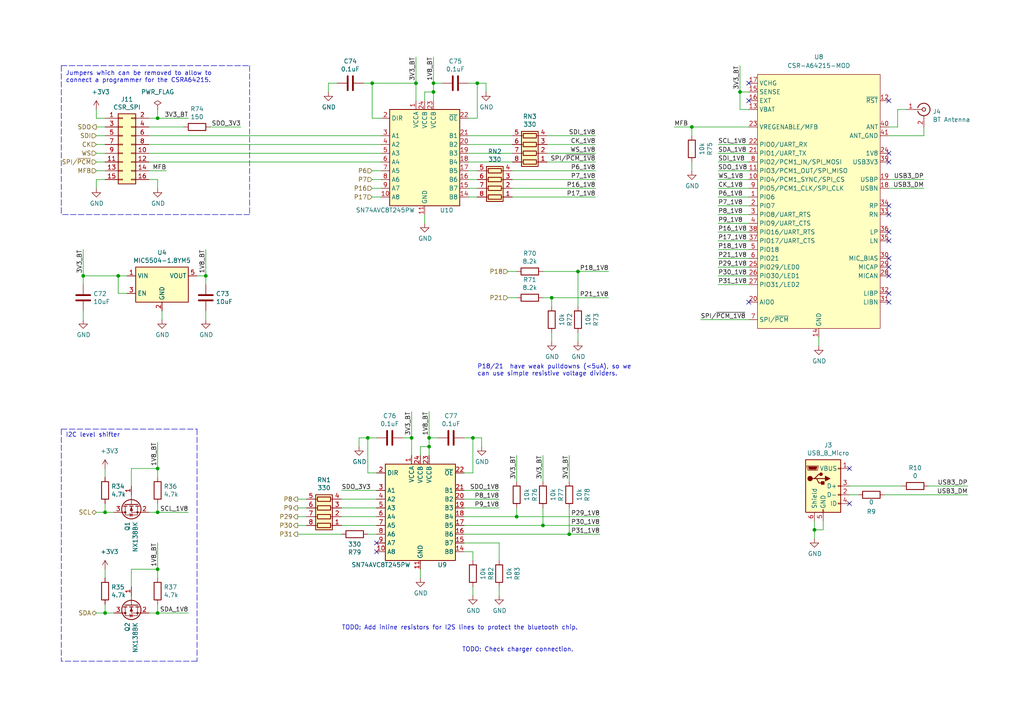
<source format=kicad_sch>
(kicad_sch (version 20201015) (generator eeschema)
  (paper "A4")
  (lib_symbols
    (symbol "Connector:Conn_Coaxial" (pin_names (offset 1.016) hide)
      (property "Reference" "J" (at 0.254 3.048 0))
      (property "Value" "Conn_Coaxial" (at 2.921 0 90))
      (symbol "Conn_Coaxial_0_1"
        (arc (start -1.778 0.508) (end 1.778 0) (radius (at -0.0508 0) (length 1.8034) (angles 163.6 0)) (stroke (width 0.254)))
        (arc (start 1.778 0) (end -1.778 -0.508) (radius (at -0.0254 0) (length 1.8034) (angles 0 -163.8)) (stroke (width 0.254)))
        (circle (center 0 0) (radius 0.508) (stroke (width 0.2032)))
        (polyline (pts (xy -2.54 0) (xy -0.508 0)))
        (polyline (pts (xy 0 -2.54) (xy 0 -1.778)))
      )
      (symbol "Conn_Coaxial_1_1"
        (pin passive line (at -5.08 0 0) (length 2.54) (name "In") (number "1"))
        (pin passive line (at 0 -5.08 90) (length 2.54) (name "Ext") (number "2"))
      )
    )
    (symbol "Connector:USB_B_Micro" (pin_names (offset 1.016))
      (property "Reference" "J" (at -5.08 11.43 0))
      (property "Value" "USB_B_Micro" (at -5.08 8.89 0))
      (symbol "USB_B_Micro_0_1"
        (circle (center -3.81 2.159) (radius 0.635) (stroke (width 0.254)) (fill (type outline)))
        (circle (center -0.635 3.429) (radius 0.381) (stroke (width 0.254)) (fill (type outline)))
        (rectangle (start -5.08 -7.62) (end 5.08 7.62) (stroke (width 0.254)) (fill (type background)))
        (rectangle (start -0.127 -7.62) (end 0.127 -6.858))
        (rectangle (start 0.254 1.27) (end -0.508 0.508) (stroke (width 0.254)) (fill (type outline)))
        (rectangle (start 5.08 -5.207) (end 4.318 -4.953))
        (rectangle (start 5.08 -2.667) (end 4.318 -2.413))
        (rectangle (start 5.08 -0.127) (end 4.318 0.127))
        (rectangle (start 5.08 4.953) (end 4.318 5.207))
        (polyline (pts (xy -1.905 2.159) (xy 0.635 2.159)) (stroke (width 0.254)))
        (polyline (pts (xy -3.175 2.159) (xy -2.54 2.159) (xy -1.27 3.429) (xy -0.635 3.429)) (stroke (width 0.254)))
        (polyline (pts (xy -2.54 2.159) (xy -1.905 2.159) (xy -1.27 0.889) (xy 0 0.889)) (stroke (width 0.254)))
        (polyline (pts (xy 0.635 2.794) (xy 0.635 1.524) (xy 1.905 2.159) (xy 0.635 2.794)) (stroke (width 0.254)) (fill (type outline)))
        (polyline (pts (xy -4.318 5.588) (xy -1.778 5.588) (xy -2.032 4.826) (xy -4.064 4.826) (xy -4.318 5.588)) (fill (type outline)))
        (polyline (pts (xy -4.699 5.842) (xy -4.699 5.588) (xy -4.445 4.826) (xy -4.445 4.572) (xy -1.651 4.572) (xy -1.651 4.826) (xy -1.397 5.588) (xy -1.397 5.842) (xy -4.699 5.842)))
      )
      (symbol "USB_B_Micro_1_1"
        (pin power_out line (at 7.62 5.08 180) (length 2.54) (name "VBUS") (number "1"))
        (pin bidirectional line (at 7.62 -2.54 180) (length 2.54) (name "D-") (number "2"))
        (pin bidirectional line (at 7.62 0 180) (length 2.54) (name "D+") (number "3"))
        (pin passive line (at 7.62 -5.08 180) (length 2.54) (name "ID") (number "4"))
        (pin power_out line (at 0 -10.16 90) (length 2.54) (name "GND") (number "5"))
        (pin passive line (at -2.54 -10.16 90) (length 2.54) (name "Shield") (number "6"))
      )
    )
    (symbol "Connector_Generic:Conn_02x08_Odd_Even" (pin_names (offset 1.016) hide)
      (property "Reference" "J" (at 1.27 10.16 0))
      (property "Value" "Conn_02x08_Odd_Even" (at 1.27 -12.7 0))
      (symbol "Conn_02x08_Odd_Even_1_1"
        (rectangle (start -1.27 -4.953) (end 0 -5.207) (stroke (width 0.1524)))
        (rectangle (start -1.27 -7.493) (end 0 -7.747) (stroke (width 0.1524)))
        (rectangle (start -1.27 -10.033) (end 0 -10.287) (stroke (width 0.1524)))
        (rectangle (start -1.27 -2.413) (end 0 -2.667) (stroke (width 0.1524)))
        (rectangle (start -1.27 2.667) (end 0 2.413) (stroke (width 0.1524)))
        (rectangle (start -1.27 5.207) (end 0 4.953) (stroke (width 0.1524)))
        (rectangle (start -1.27 7.747) (end 0 7.493) (stroke (width 0.1524)))
        (rectangle (start -1.27 8.89) (end 3.81 -11.43) (stroke (width 0.254)) (fill (type background)))
        (rectangle (start -1.27 0.127) (end 0 -0.127) (stroke (width 0.1524)))
        (rectangle (start 3.81 -4.953) (end 2.54 -5.207) (stroke (width 0.1524)))
        (rectangle (start 3.81 -7.493) (end 2.54 -7.747) (stroke (width 0.1524)))
        (rectangle (start 3.81 -10.033) (end 2.54 -10.287) (stroke (width 0.1524)))
        (rectangle (start 3.81 -2.413) (end 2.54 -2.667) (stroke (width 0.1524)))
        (rectangle (start 3.81 2.667) (end 2.54 2.413) (stroke (width 0.1524)))
        (rectangle (start 3.81 5.207) (end 2.54 4.953) (stroke (width 0.1524)))
        (rectangle (start 3.81 7.747) (end 2.54 7.493) (stroke (width 0.1524)))
        (rectangle (start 3.81 0.127) (end 2.54 -0.127) (stroke (width 0.1524)))
        (pin passive line (at -5.08 7.62 0) (length 3.81) (name "Pin_1") (number "1"))
        (pin passive line (at 7.62 -2.54 180) (length 3.81) (name "Pin_10") (number "10"))
        (pin passive line (at -5.08 -5.08 0) (length 3.81) (name "Pin_11") (number "11"))
        (pin passive line (at 7.62 -5.08 180) (length 3.81) (name "Pin_12") (number "12"))
        (pin passive line (at -5.08 -7.62 0) (length 3.81) (name "Pin_13") (number "13"))
        (pin passive line (at 7.62 -7.62 180) (length 3.81) (name "Pin_14") (number "14"))
        (pin passive line (at -5.08 -10.16 0) (length 3.81) (name "Pin_15") (number "15"))
        (pin passive line (at 7.62 -10.16 180) (length 3.81) (name "Pin_16") (number "16"))
        (pin passive line (at 7.62 7.62 180) (length 3.81) (name "Pin_2") (number "2"))
        (pin passive line (at -5.08 5.08 0) (length 3.81) (name "Pin_3") (number "3"))
        (pin passive line (at 7.62 5.08 180) (length 3.81) (name "Pin_4") (number "4"))
        (pin passive line (at -5.08 2.54 0) (length 3.81) (name "Pin_5") (number "5"))
        (pin passive line (at 7.62 2.54 180) (length 3.81) (name "Pin_6") (number "6"))
        (pin passive line (at -5.08 0 0) (length 3.81) (name "Pin_7") (number "7"))
        (pin passive line (at 7.62 0 180) (length 3.81) (name "Pin_8") (number "8"))
        (pin passive line (at -5.08 -2.54 0) (length 3.81) (name "Pin_9") (number "9"))
      )
    )
    (symbol "Device:C" (pin_numbers hide) (pin_names (offset 0.254))
      (property "Reference" "C" (at 0.635 2.54 0))
      (property "Value" "C" (at 0.635 -2.54 0))
      (symbol "C_0_1"
        (polyline (pts (xy -2.032 -0.762) (xy 2.032 -0.762)) (stroke (width 0.508)))
        (polyline (pts (xy -2.032 0.762) (xy 2.032 0.762)) (stroke (width 0.508)))
      )
      (symbol "C_1_1"
        (pin passive line (at 0 3.81 270) (length 2.794) (name "~") (number "1"))
        (pin passive line (at 0 -3.81 90) (length 2.794) (name "~") (number "2"))
      )
    )
    (symbol "Device:R" (pin_numbers hide) (pin_names (offset 0))
      (property "Reference" "R" (at 2.032 0 90))
      (property "Value" "R" (at 0 0 90))
      (symbol "R_0_1"
        (rectangle (start -1.016 -2.54) (end 1.016 2.54) (stroke (width 0.254)))
      )
      (symbol "R_1_1"
        (pin passive line (at 0 3.81 270) (length 1.27) (name "~") (number "1"))
        (pin passive line (at 0 -3.81 90) (length 1.27) (name "~") (number "2"))
      )
    )
    (symbol "Device:R_Pack04" (pin_names (offset 0) hide)
      (property "Reference" "RN" (at -7.62 0 90))
      (property "Value" "R_Pack04" (at 5.08 0 90))
      (symbol "R_Pack04_0_1"
        (rectangle (start -6.35 -2.413) (end 3.81 2.413) (stroke (width 0.254)) (fill (type background)))
        (rectangle (start -5.715 1.905) (end -4.445 -1.905) (stroke (width 0.254)))
        (rectangle (start -3.175 1.905) (end -1.905 -1.905) (stroke (width 0.254)))
        (rectangle (start -0.635 1.905) (end 0.635 -1.905) (stroke (width 0.254)))
        (rectangle (start 1.905 1.905) (end 3.175 -1.905) (stroke (width 0.254)))
        (polyline (pts (xy -5.08 -2.54) (xy -5.08 -1.905)))
        (polyline (pts (xy -5.08 1.905) (xy -5.08 2.54)))
        (polyline (pts (xy -2.54 -2.54) (xy -2.54 -1.905)))
        (polyline (pts (xy -2.54 1.905) (xy -2.54 2.54)))
        (polyline (pts (xy 0 -2.54) (xy 0 -1.905)))
        (polyline (pts (xy 0 1.905) (xy 0 2.54)))
        (polyline (pts (xy 2.54 -2.54) (xy 2.54 -1.905)))
        (polyline (pts (xy 2.54 1.905) (xy 2.54 2.54)))
      )
      (symbol "R_Pack04_1_1"
        (pin passive line (at -5.08 -5.08 90) (length 2.54) (name "R1.1") (number "1"))
        (pin passive line (at -2.54 -5.08 90) (length 2.54) (name "R2.1") (number "2"))
        (pin passive line (at 0 -5.08 90) (length 2.54) (name "R3.1") (number "3"))
        (pin passive line (at 2.54 -5.08 90) (length 2.54) (name "R4.1") (number "4"))
        (pin passive line (at 2.54 5.08 270) (length 2.54) (name "R4.2") (number "5"))
        (pin passive line (at 0 5.08 270) (length 2.54) (name "R3.2") (number "6"))
        (pin passive line (at -2.54 5.08 270) (length 2.54) (name "R2.2") (number "7"))
        (pin passive line (at -5.08 5.08 270) (length 2.54) (name "R1.2") (number "8"))
      )
    )
    (symbol "HackAmp-Symbols:CSR-A64215-MOD"
      (property "Reference" "U" (at -15.24 39.37 0))
      (property "Value" "CSR-A64215-MOD" (at 8.89 39.37 0))
      (symbol "CSR-A64215-MOD_0_1"
        (rectangle (start -17.78 38.1) (end 17.78 -35.56) (fill (type background)))
      )
      (symbol "CSR-A64215-MOD_1_1"
        (pin bidirectional line (at -20.32 2.54 0) (length 2.54) (name "PIO6") (number "1"))
        (pin bidirectional line (at -20.32 0 0) (length 2.54) (name "PIO7") (number "2"))
        (pin bidirectional line (at -20.32 -2.54 0) (length 2.54) (name "PIO8/UART_RTS") (number "3"))
        (pin bidirectional line (at -20.32 -5.08 0) (length 2.54) (name "PIO9/UART_CTS") (number "4"))
        (pin bidirectional line (at -20.32 -12.7 0) (length 2.54) (name "PIO18") (number "5"))
        (pin bidirectional line (at -20.32 -15.24 0) (length 2.54) (name "PIO21") (number "6"))
        (pin input line (at -20.32 -33.02 0) (length 2.54) (name "SPI/~PCM") (number "7"))
        (pin bidirectional line (at -20.32 12.7 0) (length 2.54) (name "PIO2/PCM1_IN/SPI_MOSI") (number "8"))
        (pin bidirectional line (at -20.32 5.08 0) (length 2.54) (name "PIO5/PCM1_CLK/SPI_CLK") (number "9"))
        (pin bidirectional line (at -20.32 7.62 0) (length 2.54) (name "PIO4/PCM1_SYNC/SPI_CS") (number "10"))
        (pin bidirectional line (at -20.32 10.16 0) (length 2.54) (name "PIO3/PCM1_OUT/SPI_MISO") (number "11"))
        (pin input line (at 20.32 30.48 180) (length 2.54) (name "~RST") (number "12"))
        (pin power_in line (at -20.32 27.94 0) (length 2.54) (name "VBAT") (number "13"))
        (pin power_in line (at 0 -38.1 90) (length 2.54) (name "GND") (number "14"))
        (pin bidirectional line (at 20.32 5.08 180) (length 2.54) (name "USBN") (number "18"))
        (pin bidirectional line (at -20.32 22.86 0) (length 2.54) (name "VREGENABLE/MFB") (number "23"))
        (pin power_out line (at 20.32 15.24 180) (length 2.54) (name "1V8") (number "24"))
        (pin output line (at -20.32 -17.78 0) (length 2.54) (name "PIO29/LED0") (number "25"))
        (pin output line (at -20.32 -20.32 0) (length 2.54) (name "PIO30/LED1") (number "26"))
        (pin output line (at -20.32 -22.86 0) (length 2.54) (name "PIO31/LED2") (number "27"))
        (pin bidirectional line (at 20.32 -20.32 180) (length 2.54) (name "MICAN") (number "28"))
        (pin bidirectional line (at 20.32 -17.78 180) (length 2.54) (name "MICAP") (number "29"))
        (pin bidirectional line (at 20.32 -15.24 180) (length 2.54) (name "MIC_BIAS") (number "30"))
        (pin bidirectional line (at 20.32 -27.94 180) (length 2.54) (name "LIBN") (number "31"))
        (pin bidirectional line (at 20.32 -25.4 180) (length 2.54) (name "LIBP") (number "32"))
        (pin bidirectional line (at 20.32 -2.54 180) (length 2.54) (name "RN") (number "33"))
        (pin bidirectional line (at 20.32 0 180) (length 2.54) (name "RP") (number "34"))
        (pin bidirectional line (at 20.32 -10.16 180) (length 2.54) (name "LN") (number "35"))
        (pin bidirectional line (at 20.32 -7.62 180) (length 2.54) (name "LP") (number "36"))
        (pin bidirectional line (at -20.32 -10.16 0) (length 2.54) (name "PIO17/UART_CTS") (number "37"))
        (pin bidirectional line (at -20.32 -7.62 0) (length 2.54) (name "PIO16/UART_RTS") (number "38"))
        (pin power_out line (at 20.32 12.7 180) (length 2.54) (name "USB3V3") (number "39"))
        (pin passive line (at 20.32 22.86 180) (length 2.54) (name "ANT") (number "40"))
        (pin passive line (at 20.32 20.32 180) (length 2.54) (name "ANT_GND") (number "41"))
        (pin power_in line (at -20.32 35.56 0) (length 2.54) (name "VCHG") (number "17"))
        (pin output line (at -20.32 30.48 0) (length 2.54) (name "EXT") (number "16"))
        (pin input line (at -20.32 33.02 0) (length 2.54) (name "SENSE") (number "15"))
        (pin bidirectional line (at 20.32 7.62 180) (length 2.54) (name "USBP") (number "19"))
        (pin power_in line (at -20.32 -27.94 0) (length 2.54) (name "AIO0") (number "20"))
        (pin bidirectional line (at -20.32 15.24 0) (length 2.54) (name "PIO1/UART_TX") (number "21"))
        (pin bidirectional line (at -20.32 17.78 0) (length 2.54) (name "PIO0/UART_RX") (number "22"))
      )
    )
    (symbol "Logic_LevelTranslator:SN74AVC8T245PW"
      (property "Reference" "U" (at -8.89 13.97 0))
      (property "Value" "SN74AVC8T245PW" (at 12.7 13.97 0))
      (symbol "SN74AVC8T245PW_0_1"
        (rectangle (start -10.16 12.7) (end 10.16 -15.24) (stroke (width 0.254)) (fill (type background)))
      )
      (symbol "SN74AVC8T245PW_1_1"
        (pin power_in line (at -2.54 15.24 270) (length 2.54) (name "VCCA") (number "1"))
        (pin bidirectional line (at -12.7 -12.7 0) (length 2.54) (name "A8") (number "10"))
        (pin power_in line (at 0 -17.78 90) (length 2.54) (name "GND") (number "11"))
        (pin passive line (at 0 -17.78 90) (length 2.54) hide (name "GND") (number "12"))
        (pin passive line (at 0 -17.78 90) (length 2.54) hide (name "GND") (number "13"))
        (pin bidirectional line (at 12.7 -12.7 180) (length 2.54) (name "B8") (number "14"))
        (pin bidirectional line (at 12.7 -10.16 180) (length 2.54) (name "B7") (number "15"))
        (pin bidirectional line (at 12.7 -7.62 180) (length 2.54) (name "B6") (number "16"))
        (pin bidirectional line (at 12.7 -5.08 180) (length 2.54) (name "B5") (number "17"))
        (pin bidirectional line (at 12.7 -2.54 180) (length 2.54) (name "B4") (number "18"))
        (pin bidirectional line (at 12.7 0 180) (length 2.54) (name "B3") (number "19"))
        (pin input line (at -12.7 10.16 0) (length 2.54) (name "DIR") (number "2"))
        (pin bidirectional line (at 12.7 2.54 180) (length 2.54) (name "B2") (number "20"))
        (pin bidirectional line (at 12.7 5.08 180) (length 2.54) (name "B1") (number "21"))
        (pin input line (at 12.7 10.16 180) (length 2.54) (name "~OE") (number "22"))
        (pin power_in line (at 2.54 15.24 270) (length 2.54) (name "VCCB") (number "23"))
        (pin power_in line (at 0 15.24 270) (length 2.54) (name "VCCB") (number "24"))
        (pin bidirectional line (at -12.7 5.08 0) (length 2.54) (name "A1") (number "3"))
        (pin bidirectional line (at -12.7 2.54 0) (length 2.54) (name "A2") (number "4"))
        (pin bidirectional line (at -12.7 0 0) (length 2.54) (name "A3") (number "5"))
        (pin bidirectional line (at -12.7 -2.54 0) (length 2.54) (name "A4") (number "6"))
        (pin bidirectional line (at -12.7 -5.08 0) (length 2.54) (name "A5") (number "7"))
        (pin bidirectional line (at -12.7 -7.62 0) (length 2.54) (name "A6") (number "8"))
        (pin bidirectional line (at -12.7 -10.16 0) (length 2.54) (name "A7") (number "9"))
      )
    )
    (symbol "Regulator_Linear:MIC5504-1.8YM5"
      (property "Reference" "U" (at -7.62 8.89 0))
      (property "Value" "MIC5504-1.8YM5" (at -7.62 6.35 0))
      (symbol "MIC5504-1.8YM5_0_1"
        (rectangle (start -7.62 -5.08) (end 7.62 5.08) (stroke (width 0.254)) (fill (type background)))
      )
      (symbol "MIC5504-1.8YM5_1_1"
        (pin power_in line (at -10.16 2.54 0) (length 2.54) (name "VIN") (number "1"))
        (pin power_in line (at 0 -7.62 90) (length 2.54) (name "GND") (number "2"))
        (pin input line (at -10.16 -2.54 0) (length 2.54) (name "EN") (number "3"))
        (pin unconnected line (at 7.62 -2.54 180) (length 2.54) hide (name "NC") (number "4"))
        (pin power_out line (at 10.16 2.54 180) (length 2.54) (name "VOUT") (number "5"))
      )
    )
    (symbol "Transistor_FET:BSS138" (pin_names hide)
      (property "Reference" "Q" (at 5.08 1.905 0))
      (property "Value" "BSS138" (at 5.08 0 0))
      (symbol "BSS138_0_1"
        (circle (center 1.651 0) (radius 2.794) (stroke (width 0.254)))
        (circle (center 2.54 -1.778) (radius 0.254) (fill (type outline)))
        (circle (center 2.54 1.778) (radius 0.254) (fill (type outline)))
        (polyline (pts (xy 0.254 0) (xy -2.54 0)))
        (polyline (pts (xy 0.254 1.905) (xy 0.254 -1.905)) (stroke (width 0.254)))
        (polyline (pts (xy 0.762 -1.27) (xy 0.762 -2.286)) (stroke (width 0.254)))
        (polyline (pts (xy 0.762 0.508) (xy 0.762 -0.508)) (stroke (width 0.254)))
        (polyline (pts (xy 0.762 2.286) (xy 0.762 1.27)) (stroke (width 0.254)))
        (polyline (pts (xy 2.54 2.54) (xy 2.54 1.778)))
        (polyline (pts (xy 2.54 -2.54) (xy 2.54 0) (xy 0.762 0)))
        (polyline (pts (xy 0.762 -1.778) (xy 3.302 -1.778) (xy 3.302 1.778) (xy 0.762 1.778)))
        (polyline (pts (xy 1.016 0) (xy 2.032 0.381) (xy 2.032 -0.381) (xy 1.016 0)) (fill (type outline)))
        (polyline (pts (xy 2.794 0.508) (xy 2.921 0.381) (xy 3.683 0.381) (xy 3.81 0.254)))
        (polyline (pts (xy 3.302 0.381) (xy 2.921 -0.254) (xy 3.683 -0.254) (xy 3.302 0.381)))
      )
      (symbol "BSS138_1_1"
        (pin input line (at -5.08 0 0) (length 2.54) (name "G") (number "1"))
        (pin passive line (at 2.54 -5.08 90) (length 2.54) (name "S") (number "2"))
        (pin passive line (at 2.54 5.08 270) (length 2.54) (name "D") (number "3"))
      )
    )
    (symbol "Transistor_FET:BSS138_1" (pin_names hide)
      (property "Reference" "Q" (at 5.08 1.905 0))
      (property "Value" "BSS138" (at 5.08 0 0))
      (symbol "BSS138_1_0_1"
        (circle (center 1.651 0) (radius 2.794) (stroke (width 0.254)))
        (circle (center 2.54 -1.778) (radius 0.254) (fill (type outline)))
        (circle (center 2.54 1.778) (radius 0.254) (fill (type outline)))
        (polyline (pts (xy 0.254 0) (xy -2.54 0)))
        (polyline (pts (xy 0.254 1.905) (xy 0.254 -1.905)) (stroke (width 0.254)))
        (polyline (pts (xy 0.762 -1.27) (xy 0.762 -2.286)) (stroke (width 0.254)))
        (polyline (pts (xy 0.762 0.508) (xy 0.762 -0.508)) (stroke (width 0.254)))
        (polyline (pts (xy 0.762 2.286) (xy 0.762 1.27)) (stroke (width 0.254)))
        (polyline (pts (xy 2.54 2.54) (xy 2.54 1.778)))
        (polyline (pts (xy 2.54 -2.54) (xy 2.54 0) (xy 0.762 0)))
        (polyline (pts (xy 0.762 -1.778) (xy 3.302 -1.778) (xy 3.302 1.778) (xy 0.762 1.778)))
        (polyline (pts (xy 1.016 0) (xy 2.032 0.381) (xy 2.032 -0.381) (xy 1.016 0)) (fill (type outline)))
        (polyline (pts (xy 2.794 0.508) (xy 2.921 0.381) (xy 3.683 0.381) (xy 3.81 0.254)))
        (polyline (pts (xy 3.302 0.381) (xy 2.921 -0.254) (xy 3.683 -0.254) (xy 3.302 0.381)))
      )
      (symbol "BSS138_1_1_1"
        (pin input line (at -5.08 0 0) (length 2.54) (name "G") (number "1"))
        (pin passive line (at 2.54 -5.08 90) (length 2.54) (name "S") (number "2"))
        (pin passive line (at 2.54 5.08 270) (length 2.54) (name "D") (number "3"))
      )
    )
    (symbol "power:+3V3" (power) (pin_names (offset 0))
      (property "Value" "+3V3" (at 0 3.556 0))
      (symbol "+3V3_0_1"
        (polyline (pts (xy -0.762 1.27) (xy 0 2.54)))
        (polyline (pts (xy 0 0) (xy 0 2.54)))
        (polyline (pts (xy 0 2.54) (xy 0.762 1.27)))
      )
      (symbol "+3V3_1_1"
        (pin power_in line (at 0 0 90) (length 0) hide (name "+3V3") (number "1"))
      )
    )
    (symbol "power:GND" (power) (pin_names (offset 0))
      (property "Value" "GND" (at 0 -3.81 0))
      (symbol "GND_0_1"
        (polyline (pts (xy 0 0) (xy 0 -1.27) (xy 1.27 -1.27) (xy 0 -2.54) (xy -1.27 -1.27) (xy 0 -1.27)))
      )
      (symbol "GND_1_1"
        (pin power_in line (at 0 0 270) (length 0) hide (name "GND") (number "1"))
      )
    )
    (symbol "power:PWR_FLAG" (power) (pin_numbers hide) (pin_names (offset 0) hide)
      (property "Value" "PWR_FLAG" (at 0 3.81 0))
      (symbol "PWR_FLAG_0_0"
        (pin power_out line (at 0 0 90) (length 0) (name "pwr") (number "1"))
      )
      (symbol "PWR_FLAG_0_1"
        (polyline (pts (xy 0 0) (xy 0 1.27) (xy -1.016 1.905) (xy 0 2.54) (xy 1.016 1.905) (xy 0 1.27)))
      )
    )
  )
  (junction (at 24.13 80.01) (diameter 0.9144))
  (junction (at 30.48 148.59) (diameter 0.9144))
  (junction (at 30.48 177.8) (diameter 0.9144))
  (junction (at 34.29 80.01) (diameter 0.9144))
  (junction (at 45.72 34.29) (diameter 0.9144))
  (junction (at 45.72 135.89) (diameter 0.9144))
  (junction (at 45.72 148.59) (diameter 0.9144))
  (junction (at 45.72 165.1) (diameter 0.9144))
  (junction (at 45.72 177.8) (diameter 0.9144))
  (junction (at 59.69 80.01) (diameter 0.9144))
  (junction (at 106.68 127) (diameter 0.9144))
  (junction (at 107.95 24.13) (diameter 0.9144))
  (junction (at 119.38 127) (diameter 0.9144))
  (junction (at 120.65 24.13) (diameter 0.9144))
  (junction (at 124.46 127) (diameter 0.9144))
  (junction (at 124.46 129.54) (diameter 0.9144))
  (junction (at 125.73 24.13) (diameter 0.9144))
  (junction (at 125.73 26.67) (diameter 0.9144))
  (junction (at 137.16 127) (diameter 0.9144))
  (junction (at 138.43 24.13) (diameter 0.9144))
  (junction (at 149.86 149.86) (diameter 0.9144))
  (junction (at 157.48 152.4) (diameter 0.9144))
  (junction (at 160.02 86.36) (diameter 0.9144))
  (junction (at 165.1 154.94) (diameter 0.9144))
  (junction (at 167.64 78.74) (diameter 0.9144))
  (junction (at 200.66 36.83) (diameter 0.9144))
  (junction (at 214.63 26.67) (diameter 0.9144))
  (junction (at 236.22 153.67) (diameter 0.9144))
  (no_connect (at 109.22 157.48))
  (no_connect (at 109.22 160.02))
  (no_connect (at 217.17 24.13))
  (no_connect (at 217.17 29.21))
  (no_connect (at 217.17 87.63))
  (no_connect (at 246.38 135.89))
  (no_connect (at 246.38 146.05))
  (no_connect (at 257.81 29.21))
  (no_connect (at 257.81 44.45))
  (no_connect (at 257.81 46.99))
  (no_connect (at 257.81 59.69))
  (no_connect (at 257.81 62.23))
  (no_connect (at 257.81 67.31))
  (no_connect (at 257.81 69.85))
  (no_connect (at 257.81 74.93))
  (no_connect (at 257.81 77.47))
  (no_connect (at 257.81 80.01))
  (no_connect (at 257.81 85.09))
  (no_connect (at 257.81 87.63))
  (wire (pts (xy 24.13 72.39) (xy 24.13 80.01)))
  (wire (pts (xy 24.13 80.01) (xy 24.13 82.55)))
  (wire (pts (xy 24.13 90.17) (xy 24.13 92.71)))
  (wire (pts (xy 27.94 34.29) (xy 27.94 31.75)))
  (wire (pts (xy 27.94 36.83) (xy 30.48 36.83)))
  (wire (pts (xy 27.94 39.37) (xy 30.48 39.37)))
  (wire (pts (xy 27.94 41.91) (xy 30.48 41.91)))
  (wire (pts (xy 27.94 44.45) (xy 30.48 44.45)))
  (wire (pts (xy 27.94 46.99) (xy 30.48 46.99)))
  (wire (pts (xy 27.94 49.53) (xy 30.48 49.53)))
  (wire (pts (xy 27.94 52.07) (xy 27.94 54.61)))
  (wire (pts (xy 27.94 148.59) (xy 30.48 148.59)))
  (wire (pts (xy 27.94 177.8) (xy 30.48 177.8)))
  (wire (pts (xy 30.48 34.29) (xy 27.94 34.29)))
  (wire (pts (xy 30.48 52.07) (xy 27.94 52.07)))
  (wire (pts (xy 30.48 135.89) (xy 30.48 138.43)))
  (wire (pts (xy 30.48 146.05) (xy 30.48 148.59)))
  (wire (pts (xy 30.48 148.59) (xy 33.02 148.59)))
  (wire (pts (xy 30.48 165.1) (xy 30.48 167.64)))
  (wire (pts (xy 30.48 175.26) (xy 30.48 177.8)))
  (wire (pts (xy 30.48 177.8) (xy 33.02 177.8)))
  (wire (pts (xy 34.29 80.01) (xy 24.13 80.01)))
  (wire (pts (xy 34.29 80.01) (xy 36.83 80.01)))
  (wire (pts (xy 34.29 85.09) (xy 34.29 80.01)))
  (wire (pts (xy 36.83 85.09) (xy 34.29 85.09)))
  (wire (pts (xy 38.1 135.89) (xy 38.1 140.97)))
  (wire (pts (xy 38.1 165.1) (xy 38.1 170.18)))
  (wire (pts (xy 43.18 34.29) (xy 45.72 34.29)))
  (wire (pts (xy 43.18 36.83) (xy 53.34 36.83)))
  (wire (pts (xy 43.18 39.37) (xy 110.49 39.37)))
  (wire (pts (xy 43.18 41.91) (xy 110.49 41.91)))
  (wire (pts (xy 43.18 44.45) (xy 110.49 44.45)))
  (wire (pts (xy 43.18 46.99) (xy 110.49 46.99)))
  (wire (pts (xy 43.18 49.53) (xy 48.26 49.53)))
  (wire (pts (xy 43.18 52.07) (xy 45.72 52.07)))
  (wire (pts (xy 45.72 31.75) (xy 45.72 34.29)))
  (wire (pts (xy 45.72 34.29) (xy 54.61 34.29)))
  (wire (pts (xy 45.72 52.07) (xy 45.72 54.61)))
  (wire (pts (xy 45.72 128.27) (xy 45.72 135.89)))
  (wire (pts (xy 45.72 135.89) (xy 38.1 135.89)))
  (wire (pts (xy 45.72 135.89) (xy 45.72 138.43)))
  (wire (pts (xy 45.72 146.05) (xy 45.72 148.59)))
  (wire (pts (xy 45.72 148.59) (xy 43.18 148.59)))
  (wire (pts (xy 45.72 148.59) (xy 54.61 148.59)))
  (wire (pts (xy 45.72 157.48) (xy 45.72 165.1)))
  (wire (pts (xy 45.72 165.1) (xy 38.1 165.1)))
  (wire (pts (xy 45.72 165.1) (xy 45.72 167.64)))
  (wire (pts (xy 45.72 175.26) (xy 45.72 177.8)))
  (wire (pts (xy 45.72 177.8) (xy 43.18 177.8)))
  (wire (pts (xy 45.72 177.8) (xy 54.61 177.8)))
  (wire (pts (xy 46.99 90.17) (xy 46.99 92.71)))
  (wire (pts (xy 57.15 80.01) (xy 59.69 80.01)))
  (wire (pts (xy 59.69 72.39) (xy 59.69 80.01)))
  (wire (pts (xy 59.69 80.01) (xy 59.69 82.55)))
  (wire (pts (xy 59.69 90.17) (xy 59.69 92.71)))
  (wire (pts (xy 60.96 36.83) (xy 69.85 36.83)))
  (wire (pts (xy 86.36 144.78) (xy 88.9 144.78)))
  (wire (pts (xy 86.36 147.32) (xy 88.9 147.32)))
  (wire (pts (xy 86.36 149.86) (xy 88.9 149.86)))
  (wire (pts (xy 86.36 152.4) (xy 88.9 152.4)))
  (wire (pts (xy 86.36 154.94) (xy 99.06 154.94)))
  (wire (pts (xy 95.25 24.13) (xy 95.25 26.67)))
  (wire (pts (xy 97.79 24.13) (xy 95.25 24.13)))
  (wire (pts (xy 99.06 142.24) (xy 109.22 142.24)))
  (wire (pts (xy 99.06 144.78) (xy 109.22 144.78)))
  (wire (pts (xy 99.06 147.32) (xy 109.22 147.32)))
  (wire (pts (xy 99.06 149.86) (xy 109.22 149.86)))
  (wire (pts (xy 99.06 152.4) (xy 109.22 152.4)))
  (wire (pts (xy 104.14 127) (xy 104.14 129.54)))
  (wire (pts (xy 105.41 24.13) (xy 107.95 24.13)))
  (wire (pts (xy 106.68 127) (xy 104.14 127)))
  (wire (pts (xy 106.68 137.16) (xy 106.68 127)))
  (wire (pts (xy 106.68 154.94) (xy 109.22 154.94)))
  (wire (pts (xy 107.95 24.13) (xy 120.65 24.13)))
  (wire (pts (xy 107.95 34.29) (xy 107.95 24.13)))
  (wire (pts (xy 107.95 49.53) (xy 110.49 49.53)))
  (wire (pts (xy 107.95 52.07) (xy 110.49 52.07)))
  (wire (pts (xy 107.95 54.61) (xy 110.49 54.61)))
  (wire (pts (xy 107.95 57.15) (xy 110.49 57.15)))
  (wire (pts (xy 109.22 127) (xy 106.68 127)))
  (wire (pts (xy 109.22 137.16) (xy 106.68 137.16)))
  (wire (pts (xy 110.49 34.29) (xy 107.95 34.29)))
  (wire (pts (xy 116.84 127) (xy 119.38 127)))
  (wire (pts (xy 119.38 119.38) (xy 119.38 127)))
  (wire (pts (xy 119.38 127) (xy 119.38 132.08)))
  (wire (pts (xy 120.65 16.51) (xy 120.65 24.13)))
  (wire (pts (xy 120.65 24.13) (xy 120.65 29.21)))
  (wire (pts (xy 121.92 129.54) (xy 124.46 129.54)))
  (wire (pts (xy 121.92 132.08) (xy 121.92 129.54)))
  (wire (pts (xy 121.92 165.1) (xy 121.92 167.64)))
  (wire (pts (xy 123.19 26.67) (xy 125.73 26.67)))
  (wire (pts (xy 123.19 29.21) (xy 123.19 26.67)))
  (wire (pts (xy 123.19 62.23) (xy 123.19 64.77)))
  (wire (pts (xy 124.46 119.38) (xy 124.46 127)))
  (wire (pts (xy 124.46 127) (xy 124.46 129.54)))
  (wire (pts (xy 124.46 127) (xy 127 127)))
  (wire (pts (xy 124.46 129.54) (xy 124.46 132.08)))
  (wire (pts (xy 125.73 16.51) (xy 125.73 24.13)))
  (wire (pts (xy 125.73 24.13) (xy 125.73 26.67)))
  (wire (pts (xy 125.73 24.13) (xy 128.27 24.13)))
  (wire (pts (xy 125.73 26.67) (xy 125.73 29.21)))
  (wire (pts (xy 134.62 127) (xy 137.16 127)))
  (wire (pts (xy 134.62 137.16) (xy 137.16 137.16)))
  (wire (pts (xy 134.62 142.24) (xy 144.78 142.24)))
  (wire (pts (xy 134.62 144.78) (xy 144.78 144.78)))
  (wire (pts (xy 134.62 147.32) (xy 144.78 147.32)))
  (wire (pts (xy 134.62 149.86) (xy 149.86 149.86)))
  (wire (pts (xy 134.62 152.4) (xy 157.48 152.4)))
  (wire (pts (xy 134.62 154.94) (xy 165.1 154.94)))
  (wire (pts (xy 134.62 160.02) (xy 137.16 160.02)))
  (wire (pts (xy 135.89 24.13) (xy 138.43 24.13)))
  (wire (pts (xy 135.89 34.29) (xy 138.43 34.29)))
  (wire (pts (xy 135.89 39.37) (xy 148.59 39.37)))
  (wire (pts (xy 135.89 41.91) (xy 148.59 41.91)))
  (wire (pts (xy 135.89 44.45) (xy 148.59 44.45)))
  (wire (pts (xy 135.89 46.99) (xy 148.59 46.99)))
  (wire (pts (xy 135.89 49.53) (xy 138.43 49.53)))
  (wire (pts (xy 135.89 52.07) (xy 138.43 52.07)))
  (wire (pts (xy 135.89 54.61) (xy 138.43 54.61)))
  (wire (pts (xy 135.89 57.15) (xy 138.43 57.15)))
  (wire (pts (xy 137.16 127) (xy 139.7 127)))
  (wire (pts (xy 137.16 137.16) (xy 137.16 127)))
  (wire (pts (xy 137.16 160.02) (xy 137.16 162.56)))
  (wire (pts (xy 137.16 170.18) (xy 137.16 172.72)))
  (wire (pts (xy 138.43 24.13) (xy 140.97 24.13)))
  (wire (pts (xy 138.43 34.29) (xy 138.43 24.13)))
  (wire (pts (xy 139.7 127) (xy 139.7 129.54)))
  (wire (pts (xy 140.97 24.13) (xy 140.97 26.67)))
  (wire (pts (xy 144.78 157.48) (xy 134.62 157.48)))
  (wire (pts (xy 144.78 162.56) (xy 144.78 157.48)))
  (wire (pts (xy 144.78 170.18) (xy 144.78 172.72)))
  (wire (pts (xy 147.32 78.74) (xy 149.86 78.74)))
  (wire (pts (xy 147.32 86.36) (xy 149.86 86.36)))
  (wire (pts (xy 148.59 49.53) (xy 172.72 49.53)))
  (wire (pts (xy 148.59 52.07) (xy 172.72 52.07)))
  (wire (pts (xy 148.59 54.61) (xy 172.72 54.61)))
  (wire (pts (xy 148.59 57.15) (xy 172.72 57.15)))
  (wire (pts (xy 149.86 132.08) (xy 149.86 139.7)))
  (wire (pts (xy 149.86 149.86) (xy 149.86 147.32)))
  (wire (pts (xy 149.86 149.86) (xy 173.99 149.86)))
  (wire (pts (xy 157.48 78.74) (xy 167.64 78.74)))
  (wire (pts (xy 157.48 86.36) (xy 160.02 86.36)))
  (wire (pts (xy 157.48 132.08) (xy 157.48 139.7)))
  (wire (pts (xy 157.48 152.4) (xy 157.48 147.32)))
  (wire (pts (xy 157.48 152.4) (xy 173.99 152.4)))
  (wire (pts (xy 158.75 39.37) (xy 172.72 39.37)))
  (wire (pts (xy 158.75 41.91) (xy 172.72 41.91)))
  (wire (pts (xy 158.75 44.45) (xy 172.72 44.45)))
  (wire (pts (xy 158.75 46.99) (xy 172.72 46.99)))
  (wire (pts (xy 160.02 86.36) (xy 160.02 88.9)))
  (wire (pts (xy 160.02 86.36) (xy 176.53 86.36)))
  (wire (pts (xy 160.02 96.52) (xy 160.02 99.06)))
  (wire (pts (xy 165.1 132.08) (xy 165.1 139.7)))
  (wire (pts (xy 165.1 154.94) (xy 165.1 147.32)))
  (wire (pts (xy 165.1 154.94) (xy 173.99 154.94)))
  (wire (pts (xy 167.64 78.74) (xy 167.64 88.9)))
  (wire (pts (xy 167.64 78.74) (xy 176.53 78.74)))
  (wire (pts (xy 167.64 96.52) (xy 167.64 99.06)))
  (wire (pts (xy 195.58 36.83) (xy 200.66 36.83)))
  (wire (pts (xy 200.66 36.83) (xy 200.66 39.37)))
  (wire (pts (xy 200.66 46.99) (xy 200.66 49.53)))
  (wire (pts (xy 203.2 92.71) (xy 217.17 92.71)))
  (wire (pts (xy 208.28 41.91) (xy 217.17 41.91)))
  (wire (pts (xy 208.28 44.45) (xy 217.17 44.45)))
  (wire (pts (xy 208.28 46.99) (xy 217.17 46.99)))
  (wire (pts (xy 208.28 49.53) (xy 217.17 49.53)))
  (wire (pts (xy 208.28 52.07) (xy 217.17 52.07)))
  (wire (pts (xy 208.28 54.61) (xy 217.17 54.61)))
  (wire (pts (xy 208.28 57.15) (xy 217.17 57.15)))
  (wire (pts (xy 208.28 59.69) (xy 217.17 59.69)))
  (wire (pts (xy 208.28 62.23) (xy 217.17 62.23)))
  (wire (pts (xy 208.28 64.77) (xy 217.17 64.77)))
  (wire (pts (xy 208.28 67.31) (xy 217.17 67.31)))
  (wire (pts (xy 208.28 69.85) (xy 217.17 69.85)))
  (wire (pts (xy 208.28 72.39) (xy 217.17 72.39)))
  (wire (pts (xy 208.28 74.93) (xy 217.17 74.93)))
  (wire (pts (xy 208.28 77.47) (xy 217.17 77.47)))
  (wire (pts (xy 208.28 80.01) (xy 217.17 80.01)))
  (wire (pts (xy 208.28 82.55) (xy 217.17 82.55)))
  (wire (pts (xy 214.63 19.05) (xy 214.63 26.67)))
  (wire (pts (xy 214.63 26.67) (xy 214.63 31.75)))
  (wire (pts (xy 214.63 26.67) (xy 217.17 26.67)))
  (wire (pts (xy 214.63 31.75) (xy 217.17 31.75)))
  (wire (pts (xy 217.17 36.83) (xy 200.66 36.83)))
  (wire (pts (xy 236.22 151.13) (xy 236.22 153.67)))
  (wire (pts (xy 236.22 153.67) (xy 236.22 156.21)))
  (wire (pts (xy 237.49 97.79) (xy 237.49 100.33)))
  (wire (pts (xy 238.76 151.13) (xy 238.76 153.67)))
  (wire (pts (xy 238.76 153.67) (xy 236.22 153.67)))
  (wire (pts (xy 246.38 143.51) (xy 248.92 143.51)))
  (wire (pts (xy 256.54 143.51) (xy 280.67 143.51)))
  (wire (pts (xy 257.81 36.83) (xy 260.35 36.83)))
  (wire (pts (xy 257.81 52.07) (xy 267.97 52.07)))
  (wire (pts (xy 257.81 54.61) (xy 267.97 54.61)))
  (wire (pts (xy 260.35 31.75) (xy 262.89 31.75)))
  (wire (pts (xy 260.35 36.83) (xy 260.35 31.75)))
  (wire (pts (xy 261.62 140.97) (xy 246.38 140.97)))
  (wire (pts (xy 267.97 36.83) (xy 267.97 39.37)))
  (wire (pts (xy 267.97 39.37) (xy 257.81 39.37)))
  (wire (pts (xy 269.24 140.97) (xy 280.67 140.97)))
  (polyline (pts (xy 17.78 19.05) (xy 17.78 62.23)) (stroke (width 0) (type dash)))
  (polyline (pts (xy 17.78 19.05) (xy 72.39 19.05)) (stroke (width 0) (type dash)))
  (polyline (pts (xy 17.78 124.46) (xy 17.78 191.77)) (stroke (width 0) (type dash)))
  (polyline (pts (xy 17.78 124.46) (xy 57.15 124.46)) (stroke (width 0) (type dash)))
  (polyline (pts (xy 57.15 124.46) (xy 57.15 191.77)) (stroke (width 0) (type dash)))
  (polyline (pts (xy 57.15 191.77) (xy 17.78 191.77)) (stroke (width 0) (type dash)))
  (polyline (pts (xy 72.39 19.05) (xy 72.39 62.23)) (stroke (width 0) (type dash)))
  (polyline (pts (xy 72.39 62.23) (xy 17.78 62.23)) (stroke (width 0) (type dash)))
  (text "Jumpers which can be removed to allow to\nconnect a programmer for the CSRA64215." (at 19.05 24.13 0) (effects (font (size 1.27 1.27)) (justify left bottom)))
  (text "I2C level shifter" (at 19.05 127 0) (effects (font (size 1.27 1.27)) (justify left bottom)))
  (text "P18/21  have weak pulldowns (<5uA), so we\ncan use simple resistive voltage dividers." (at 138.43 109.22 0) (effects (font (size 1.27 1.27)) (justify left bottom)))
  (text "TODO: Check charger connection." (at 166.37 189.23 180) (effects (font (size 1.27 1.27)) (justify right bottom)))
  (text "TODO: Add inline resistors for I2S lines to protect the bluetooth chip." (at 167.64 182.88 0) (effects (font (size 1.27 1.27)) (justify right bottom)))
  (label "3V3_BT" (at 24.13 72.39 270))
  (label "1V8_BT" (at 45.72 128.27 270))
  (label "1V8_BT" (at 45.72 157.48 270))
  (label "MFB" (at 48.26 49.53 180))
  (label "3V3_BT" (at 54.61 34.29 180))
  (label "SCL_1V8" (at 54.61 148.59 180))
  (label "SDA_1V8" (at 54.61 177.8 180))
  (label "1V8_BT" (at 59.69 72.39 270))
  (label "SDO_3V3" (at 69.85 36.83 180))
  (label "SDO_3V3" (at 99.06 142.24 0))
  (label "3V3_BT" (at 119.38 119.38 270))
  (label "3V3_BT" (at 120.65 16.51 270))
  (label "1V8_BT" (at 124.46 119.38 270))
  (label "1V8_BT" (at 125.73 16.51 270))
  (label "SDO_1V8" (at 144.78 142.24 180))
  (label "P8_1V8" (at 144.78 144.78 180))
  (label "P9_1V8" (at 144.78 147.32 180))
  (label "3V3_BT" (at 149.86 132.08 270))
  (label "3V3_BT" (at 157.48 132.08 270))
  (label "3V3_BT" (at 165.1 132.08 270))
  (label "SDI_1V8" (at 172.72 39.37 180))
  (label "CK_1V8" (at 172.72 41.91 180))
  (label "WS_1V8" (at 172.72 44.45 180))
  (label "SPI{slash}~PCM_1V8" (at 172.72 46.99 180))
  (label "P6_1V8" (at 172.72 49.53 180))
  (label "P7_1V8" (at 172.72 52.07 180))
  (label "P16_1V8" (at 172.72 54.61 180))
  (label "P17_1V8" (at 172.72 57.15 180))
  (label "P29_1V8" (at 173.99 149.86 180))
  (label "P30_1V8" (at 173.99 152.4 180))
  (label "P31_1V8" (at 173.99 154.94 180))
  (label "P18_1V8" (at 176.53 78.74 180))
  (label "P21_1V8" (at 176.53 86.36 180))
  (label "MFB" (at 195.58 36.83 0))
  (label "SPI{slash}~PCM_1V8" (at 203.2 92.71 0))
  (label "SCL_1V8" (at 208.28 41.91 0))
  (label "SDA_1V8" (at 208.28 44.45 0))
  (label "SDI_1V8" (at 208.28 46.99 0))
  (label "SDO_1V8" (at 208.28 49.53 0))
  (label "WS_1V8" (at 208.28 52.07 0))
  (label "CK_1V8" (at 208.28 54.61 0))
  (label "P6_1V8" (at 208.28 57.15 0))
  (label "P7_1V8" (at 208.28 59.69 0))
  (label "P8_1V8" (at 208.28 62.23 0))
  (label "P9_1V8" (at 208.28 64.77 0))
  (label "P16_1V8" (at 208.28 67.31 0))
  (label "P17_1V8" (at 208.28 69.85 0))
  (label "P18_1V8" (at 208.28 72.39 0))
  (label "P21_1V8" (at 208.28 74.93 0))
  (label "P29_1V8" (at 208.28 77.47 0))
  (label "P30_1V8" (at 208.28 80.01 0))
  (label "P31_1V8" (at 208.28 82.55 0))
  (label "3V3_BT" (at 214.63 19.05 270))
  (label "USB3_DP" (at 267.97 52.07 180))
  (label "USB3_DM" (at 267.97 54.61 180))
  (label "USB3_DP" (at 280.67 140.97 180))
  (label "USB3_DM" (at 280.67 143.51 180))
  (hierarchical_label "SDO" (shape output) (at 27.94 36.83 180))
  (hierarchical_label "SDI" (shape input) (at 27.94 39.37 180))
  (hierarchical_label "CK" (shape input) (at 27.94 41.91 180))
  (hierarchical_label "WS" (shape input) (at 27.94 44.45 180))
  (hierarchical_label "SPI{slash}~PCM" (shape input) (at 27.94 46.99 180))
  (hierarchical_label "MFB" (shape input) (at 27.94 49.53 180))
  (hierarchical_label "SCL" (shape bidirectional) (at 27.94 148.59 180))
  (hierarchical_label "SDA" (shape bidirectional) (at 27.94 177.8 180))
  (hierarchical_label "P8" (shape output) (at 86.36 144.78 180))
  (hierarchical_label "P9" (shape output) (at 86.36 147.32 180))
  (hierarchical_label "P29" (shape output) (at 86.36 149.86 180))
  (hierarchical_label "P30" (shape output) (at 86.36 152.4 180))
  (hierarchical_label "P31" (shape output) (at 86.36 154.94 180))
  (hierarchical_label "P6" (shape input) (at 107.95 49.53 180))
  (hierarchical_label "P7" (shape input) (at 107.95 52.07 180))
  (hierarchical_label "P16" (shape input) (at 107.95 54.61 180))
  (hierarchical_label "P17" (shape input) (at 107.95 57.15 180))
  (hierarchical_label "P18" (shape input) (at 147.32 78.74 180))
  (hierarchical_label "P21" (shape input) (at 147.32 86.36 180))
  (symbol (lib_id "power:PWR_FLAG") (at 45.72 31.75 0) (unit 1)
    (property "Reference" "#FLG0106" (effects hide))
    (property "Value" "PWR_FLAG" (at 45.72 26.67 0))
  )
  (symbol (lib_id "power:+3V3") (at 27.94 31.75 0) (unit 1)
    (property "Reference" "#PWR0220" (effects hide))
    (property "Value" "+3V3" (at 29.21 26.67 0))
  )
  (symbol (lib_id "power:+3V3") (at 30.48 135.89 0) (unit 1)
    (property "Reference" "#PWR0175" (effects hide))
    (property "Value" "+3V3" (at 31.75 130.81 0))
  )
  (symbol (lib_id "power:+3V3") (at 30.48 165.1 0) (unit 1)
    (property "Reference" "#PWR0176" (effects hide))
    (property "Value" "+3V3" (at 31.75 160.02 0))
  )
  (symbol (lib_id "power:GND") (at 24.13 92.71 0) (unit 1)
    (property "Reference" "#PWR0218" (effects hide))
    (property "Value" "GND" (at 24.257 97.1042 0))
  )
  (symbol (lib_id "power:GND") (at 27.94 54.61 0) (unit 1)
    (property "Reference" "#PWR0221" (effects hide))
    (property "Value" "GND" (at 28.067 59.0042 0))
  )
  (symbol (lib_id "power:GND") (at 45.72 54.61 0) (unit 1)
    (property "Reference" "#PWR0222" (effects hide))
    (property "Value" "GND" (at 45.847 59.0042 0))
  )
  (symbol (lib_id "power:GND") (at 46.99 92.71 0) (unit 1)
    (property "Reference" "#PWR0217" (effects hide))
    (property "Value" "GND" (at 47.117 97.1042 0))
  )
  (symbol (lib_id "power:GND") (at 59.69 92.71 0) (unit 1)
    (property "Reference" "#PWR0216" (effects hide))
    (property "Value" "GND" (at 59.817 97.1042 0))
  )
  (symbol (lib_id "power:GND") (at 95.25 26.67 0) (unit 1)
    (property "Reference" "#PWR0224" (effects hide))
    (property "Value" "GND" (at 95.377 31.0642 0))
  )
  (symbol (lib_id "power:GND") (at 104.14 129.54 0) (unit 1)
    (property "Reference" "#PWR0227" (effects hide))
    (property "Value" "GND" (at 104.267 133.9342 0))
  )
  (symbol (lib_id "power:GND") (at 121.92 167.64 0) (unit 1)
    (property "Reference" "#PWR0228" (effects hide))
    (property "Value" "GND" (at 122.047 172.0342 0))
  )
  (symbol (lib_id "power:GND") (at 123.19 64.77 0) (unit 1)
    (property "Reference" "#PWR0161" (effects hide))
    (property "Value" "GND" (at 123.317 69.1642 0))
  )
  (symbol (lib_id "power:GND") (at 137.16 172.72 0) (unit 1)
    (property "Reference" "#PWR03" (effects hide))
    (property "Value" "GND" (at 137.287 177.1142 0))
  )
  (symbol (lib_id "power:GND") (at 139.7 129.54 0) (unit 1)
    (property "Reference" "#PWR0226" (effects hide))
    (property "Value" "GND" (at 139.827 133.9342 0))
  )
  (symbol (lib_id "power:GND") (at 140.97 26.67 0) (unit 1)
    (property "Reference" "#PWR0223" (effects hide))
    (property "Value" "GND" (at 141.097 31.0642 0))
  )
  (symbol (lib_id "power:GND") (at 144.78 172.72 0) (unit 1)
    (property "Reference" "#PWR04" (effects hide))
    (property "Value" "GND" (at 144.907 177.1142 0))
  )
  (symbol (lib_id "power:GND") (at 160.02 99.06 0) (unit 1)
    (property "Reference" "#PWR0160" (effects hide))
    (property "Value" "GND" (at 160.147 103.4542 0))
  )
  (symbol (lib_id "power:GND") (at 167.64 99.06 0) (unit 1)
    (property "Reference" "#PWR0219" (effects hide))
    (property "Value" "GND" (at 167.767 103.4542 0))
  )
  (symbol (lib_id "power:GND") (at 200.66 49.53 0) (unit 1)
    (property "Reference" "#PWR0225" (effects hide))
    (property "Value" "GND" (at 200.787 53.9242 0))
  )
  (symbol (lib_id "power:GND") (at 236.22 156.21 0) (unit 1)
    (property "Reference" "#PWR0107" (effects hide))
    (property "Value" "GND" (at 236.347 160.6042 0))
  )
  (symbol (lib_id "power:GND") (at 237.49 100.33 0) (unit 1)
    (property "Reference" "#PWR0159" (effects hide))
    (property "Value" "GND" (at 237.617 104.7242 0))
  )
  (symbol (lib_id "Device:R") (at 30.48 142.24 0) (unit 1)
    (property "Reference" "R34" (at 32.2581 141.0906 0) (effects (justify left)))
    (property "Value" "4.7k" (at 32.258 143.389 0) (effects (justify left)))
    (property "Footprint" "Resistor_SMD:R_0603_1608Metric" (effects hide))
  )
  (symbol (lib_id "Device:R") (at 30.48 171.45 0) (unit 1)
    (property "Reference" "R35" (at 32.2581 170.3006 0) (effects (justify left)))
    (property "Value" "4.7k" (at 32.258 172.599 0) (effects (justify left)))
    (property "Footprint" "Resistor_SMD:R_0603_1608Metric" (effects hide))
  )
  (symbol (lib_id "Device:R") (at 45.72 142.24 0) (unit 1)
    (property "Reference" "R36" (at 47.4981 141.0906 0) (effects (justify left)))
    (property "Value" "4.7k" (at 47.498 143.389 0) (effects (justify left)))
    (property "Footprint" "Resistor_SMD:R_0603_1608Metric" (effects hide))
  )
  (symbol (lib_id "Device:R") (at 45.72 171.45 0) (unit 1)
    (property "Reference" "R37" (at 47.4981 170.3006 0) (effects (justify left)))
    (property "Value" "4.7k" (at 47.498 172.599 0) (effects (justify left)))
    (property "Footprint" "Resistor_SMD:R_0603_1608Metric" (effects hide))
  )
  (symbol (lib_id "Device:R") (at 57.15 36.83 90) (unit 1)
    (property "Reference" "R74" (at 57.15 31.6038 90))
    (property "Value" "150" (at 57.15 33.903 90))
    (property "Footprint" "Resistor_SMD:R_0603_1608Metric" (effects hide))
  )
  (symbol (lib_id "Device:R") (at 102.87 154.94 270) (unit 1)
    (property "Reference" "R79" (at 102.87 160.1662 90))
    (property "Value" "330" (at 102.87 157.867 90))
    (property "Footprint" "Resistor_SMD:R_0603_1608Metric" (effects hide))
  )
  (symbol (lib_id "Device:R") (at 137.16 166.37 0) (unit 1)
    (property "Reference" "R82" (at 142.3862 166.37 90))
    (property "Value" "10k" (at 140.087 166.37 90))
    (property "Footprint" "Resistor_SMD:R_0603_1608Metric" (effects hide))
  )
  (symbol (lib_id "Device:R") (at 144.78 166.37 0) (unit 1)
    (property "Reference" "R83" (at 150.0062 166.37 90))
    (property "Value" "10k" (at 147.707 166.37 90))
    (property "Footprint" "Resistor_SMD:R_0603_1608Metric" (effects hide))
  )
  (symbol (lib_id "Device:R") (at 149.86 143.51 0) (unit 1)
    (property "Reference" "R76" (at 155.0862 143.51 90))
    (property "Value" "10k" (at 152.787 143.51 90))
    (property "Footprint" "Resistor_SMD:R_0603_1608Metric" (effects hide))
  )
  (symbol (lib_id "Device:R") (at 153.67 78.74 90) (unit 1)
    (property "Reference" "R70" (at 153.67 73.5138 90))
    (property "Value" "8.2k" (at 153.67 75.813 90))
    (property "Footprint" "Resistor_SMD:R_0603_1608Metric" (effects hide))
  )
  (symbol (lib_id "Device:R") (at 153.67 86.36 90) (unit 1)
    (property "Reference" "R71" (at 153.67 81.1338 90))
    (property "Value" "8.2k" (at 153.67 83.433 90))
    (property "Footprint" "Resistor_SMD:R_0603_1608Metric" (effects hide))
  )
  (symbol (lib_id "Device:R") (at 157.48 143.51 0) (unit 1)
    (property "Reference" "R77" (at 162.7062 143.51 90))
    (property "Value" "10k" (at 160.407 143.51 90))
    (property "Footprint" "Resistor_SMD:R_0603_1608Metric" (effects hide))
  )
  (symbol (lib_id "Device:R") (at 160.02 92.71 0) (unit 1)
    (property "Reference" "R72" (at 165.2462 92.71 90))
    (property "Value" "10k" (at 162.947 92.71 90))
    (property "Footprint" "Resistor_SMD:R_0603_1608Metric" (effects hide))
  )
  (symbol (lib_id "Device:R") (at 165.1 143.51 0) (unit 1)
    (property "Reference" "R78" (at 170.3262 143.51 90))
    (property "Value" "10k" (at 168.027 143.51 90))
    (property "Footprint" "Resistor_SMD:R_0603_1608Metric" (effects hide))
  )
  (symbol (lib_id "Device:R") (at 167.64 92.71 0) (unit 1)
    (property "Reference" "R73" (at 172.8662 92.71 90))
    (property "Value" "10k" (at 170.567 92.71 90))
    (property "Footprint" "Resistor_SMD:R_0603_1608Metric" (effects hide))
  )
  (symbol (lib_id "Device:R") (at 200.66 43.18 0) (unit 1)
    (property "Reference" "R75" (at 205.8862 43.18 90))
    (property "Value" "10k" (at 203.587 43.18 90))
    (property "Footprint" "Resistor_SMD:R_0603_1608Metric" (effects hide))
  )
  (symbol (lib_id "Device:R") (at 252.73 143.51 270) (unit 1)
    (property "Reference" "R9" (at 252.73 148.4122 90))
    (property "Value" "0" (at 252.73 145.644 90))
    (property "Footprint" "Resistor_SMD:R_0603_1608Metric" (effects hide))
  )
  (symbol (lib_id "Device:R") (at 265.43 140.97 270) (unit 1)
    (property "Reference" "R10" (at 265.43 135.7122 90))
    (property "Value" "0" (at 265.43 138.024 90))
    (property "Footprint" "Resistor_SMD:R_0603_1608Metric" (effects hide))
  )
  (symbol (lib_id "Device:C") (at 24.13 86.36 0) (unit 1)
    (property "Reference" "C72" (at 27.0511 85.2106 0) (effects (justify left)))
    (property "Value" "10uF" (at 27.051 87.509 0) (effects (justify left)))
    (property "Footprint" "Capacitor_SMD:C_0805_2012Metric" (effects hide))
    (property "Mouser" "963-LMK212F106ZG-T" (effects hide))
    (property "Part Name" "Taiyo Yuden LMK212F106ZG-T" (effects hide))
  )
  (symbol (lib_id "Device:C") (at 59.69 86.36 0) (unit 1)
    (property "Reference" "C73" (at 62.6111 85.2106 0) (effects (justify left)))
    (property "Value" "10uF" (at 62.611 87.509 0) (effects (justify left)))
    (property "Footprint" "Capacitor_SMD:C_0805_2012Metric" (effects hide))
    (property "Mouser" "963-LMK212F106ZG-T" (effects hide))
    (property "Part Name" "Taiyo Yuden LMK212F106ZG-T" (effects hide))
  )
  (symbol (lib_id "Device:C") (at 101.6 24.13 90) (unit 1)
    (property "Reference" "C74" (at 101.6 17.7608 90))
    (property "Value" "0.1uF" (at 101.6 20.06 90))
    (property "Footprint" "Capacitor_SMD:C_0603_1608Metric" (effects hide))
    (property "Mouser" "581-06033C104KAT4A" (effects hide))
    (property "Part Name" "AVX 06033C104KAT4A" (effects hide))
  )
  (symbol (lib_id "Device:C") (at 113.03 127 90) (unit 1)
    (property "Reference" "C76" (at 113.03 120.6308 90))
    (property "Value" "0.1uF" (at 113.03 122.93 90))
    (property "Footprint" "Capacitor_SMD:C_0603_1608Metric" (effects hide))
    (property "Mouser" "581-06033C104KAT4A" (effects hide))
    (property "Part Name" "AVX 06033C104KAT4A" (effects hide))
  )
  (symbol (lib_id "Device:C") (at 130.81 127 90) (unit 1)
    (property "Reference" "C77" (at 130.81 120.6308 90))
    (property "Value" "0.1uF" (at 130.81 122.93 90))
    (property "Footprint" "Capacitor_SMD:C_0603_1608Metric" (effects hide))
    (property "Mouser" "581-06033C104KAT4A" (effects hide))
    (property "Part Name" "AVX 06033C104KAT4A" (effects hide))
  )
  (symbol (lib_id "Device:C") (at 132.08 24.13 90) (unit 1)
    (property "Reference" "C75" (at 132.08 17.7608 90))
    (property "Value" "0.1uF" (at 132.08 20.06 90))
    (property "Footprint" "Capacitor_SMD:C_0603_1608Metric" (effects hide))
    (property "Mouser" "581-06033C104KAT4A" (effects hide))
    (property "Part Name" "AVX 06033C104KAT4A" (effects hide))
  )
  (symbol (lib_id "Connector:Conn_Coaxial") (at 267.97 31.75 0) (unit 1)
    (property "Reference" "J4" (at 270.51 32.385 0) (effects (justify left)))
    (property "Value" "BT Antenna" (at 270.51 34.6964 0) (effects (justify left)))
    (property "Footprint" "Connector_Coaxial:U.FL_Hirose_U.FL-R-SMT-1_Vertical" (effects hide))
    (property "Datasheet" " ~" (effects hide))
    (property "Mouser" "798-U.FL-R-SMT-132" (effects hide))
    (property "Part Name" "Hirose U.FL-R-SMT-1(32)" (effects hide))
  )
  (symbol (lib_id "Transistor_FET:BSS138") (at 38.1 146.05 90) (mirror x) (unit 1)
    (property "Reference" "Q1" (at 36.9506 151.2571 0) (effects (justify left)))
    (property "Value" "NX138BK" (at 39.249 151.257 0) (effects (justify left)))
    (property "Footprint" "Package_TO_SOT_SMD:SOT-23" (effects hide))
    (property "Datasheet" "https://www.fairchildsemi.com/datasheets/BS/BSS138.pdf" (effects hide))
    (property "Mouser" "771-NX138BKR" (effects hide))
    (property "Part Name" "Nexperia NX138BKR" (effects hide))
  )
  (symbol (lib_name "Transistor_FET:BSS138_1") (lib_id "Transistor_FET:BSS138") (at 38.1 175.26 90) (mirror x) (unit 1)
    (property "Reference" "Q2" (at 36.9506 180.4671 0) (effects (justify left)))
    (property "Value" "NX138BK" (at 39.249 180.467 0) (effects (justify left)))
    (property "Footprint" "Package_TO_SOT_SMD:SOT-23" (effects hide))
    (property "Datasheet" "https://www.fairchildsemi.com/datasheets/BS/BSS138.pdf" (effects hide))
    (property "Mouser" "771-NX138BKR" (effects hide))
    (property "Part Name" "Nexperia NX138BKR" (effects hide))
  )
  (symbol (lib_id "Device:R_Pack04") (at 93.98 147.32 90) (unit 1)
    (property "Reference" "RN1" (at 93.98 139.1982 90))
    (property "Value" "330" (at 93.98 141.497 90))
    (property "Footprint" "Resistor_SMD:R_Array_Concave_4x0603" (effects hide))
  )
  (symbol (lib_id "Device:R_Pack04") (at 143.51 52.07 90) (unit 1)
    (property "Reference" "RN2" (at 143.51 43.9482 90))
    (property "Value" "330" (at 143.51 46.247 90))
    (property "Footprint" "Resistor_SMD:R_Array_Concave_4x0603" (effects hide))
  )
  (symbol (lib_id "Device:R_Pack04") (at 153.67 41.91 90) (unit 1)
    (property "Reference" "RN3" (at 153.67 33.7882 90))
    (property "Value" "330" (at 153.67 36.087 90))
    (property "Footprint" "Resistor_SMD:R_Array_Concave_4x0603" (effects hide))
  )
  (symbol (lib_id "Connector:USB_B_Micro") (at 238.76 140.97 0) (unit 1)
    (property "Reference" "J3" (at 240.2078 129.1082 0))
    (property "Value" "USB_B_Micro" (at 240.2078 131.4196 0))
    (property "Footprint" "Connector_USB:USB_Micro-B_Amphenol_10104110_Horizontal" (effects hide))
  )
  (symbol (lib_id "Connector_Generic:Conn_02x08_Odd_Even") (at 35.56 41.91 0) (unit 1)
    (property "Reference" "J11" (at 36.83 28.81 0))
    (property "Value" "CSR_SPI" (at 36.83 31.109 0))
    (property "Footprint" "Connector_PinHeader_2.54mm:PinHeader_2x08_P2.54mm_Vertical_SMD" (effects hide))
  )
  (symbol (lib_id "Regulator_Linear:MIC5504-1.8YM5") (at 46.99 82.55 0) (unit 1)
    (property "Reference" "U4" (at 46.99 73.2598 0))
    (property "Value" "MIC5504-1.8YM5" (at 46.99 75.5585 0))
    (property "Footprint" "Package_TO_SOT_SMD:SOT-23-5" (effects hide))
    (property "Datasheet" "http://ww1.microchip.com/downloads/en/DeviceDoc/MIC550X.pdf" (effects hide))
    (property "Mouser" "998-MIC5504-1.8YM5TR" (effects hide))
    (property "Part Name" "Microchip MIC5504-1.8YM5-TR" (effects hide))
  )
  (symbol (lib_id "Logic_LevelTranslator:SN74AVC8T245PW") (at 121.92 147.32 0) (unit 1)
    (property "Reference" "U9" (at 128.27 163.83 0))
    (property "Value" "SN74AVC8T245PW" (at 110.49 163.83 0))
    (property "Footprint" "Package_SO:TSSOP-24_4.4x7.8mm_P0.65mm" (effects hide))
    (property "Datasheet" "https://www.ti.com/lit/ds/symlink/sn74avc8t245.pdf" (effects hide))
    (property "Mouser" "595-SN74AVC8T245PWR" (effects hide))
    (property "Part Name" "Texas Instruments SN74AVC8T245PWR" (effects hide))
  )
  (symbol (lib_id "Logic_LevelTranslator:SN74AVC8T245PW") (at 123.19 44.45 0) (unit 1)
    (property "Reference" "U10" (at 129.54 60.96 0))
    (property "Value" "SN74AVC8T245PW" (at 111.76 60.96 0))
    (property "Footprint" "Package_SO:TSSOP-24_4.4x7.8mm_P0.65mm" (effects hide))
    (property "Datasheet" "https://www.ti.com/lit/ds/symlink/sn74avc8t245.pdf" (effects hide))
    (property "Mouser" "595-SN74AVC8T245PWR" (effects hide))
    (property "Part Name" "Texas Instruments SN74AVC8T245PWR" (effects hide))
  )
  (symbol (lib_id "HackAmp-Symbols:CSR-A64215-MOD") (at 237.49 59.69 0) (unit 1)
    (property "Reference" "U8" (at 237.49 16.51 0))
    (property "Value" "CSR-A64215-MOD" (at 237.49 19.05 0))
    (property "Footprint" "HackAmp-Footprints:CSRA64215" (effects hide))
  )
)
</source>
